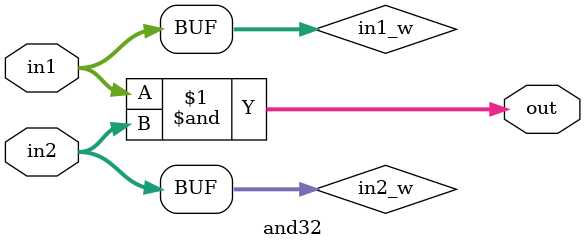
<source format=sv>
module and32(in1 , in2 , out);
  
  input [31:0] in1,in2;
  output [31:0] out;
  
  wire [31:0] in1_w, in2_w;
  
  assign in1_w = in1;
  assign in2_w = in2;
  
  
  assign out = in1 & in2;
  
endmodule

  
</source>
